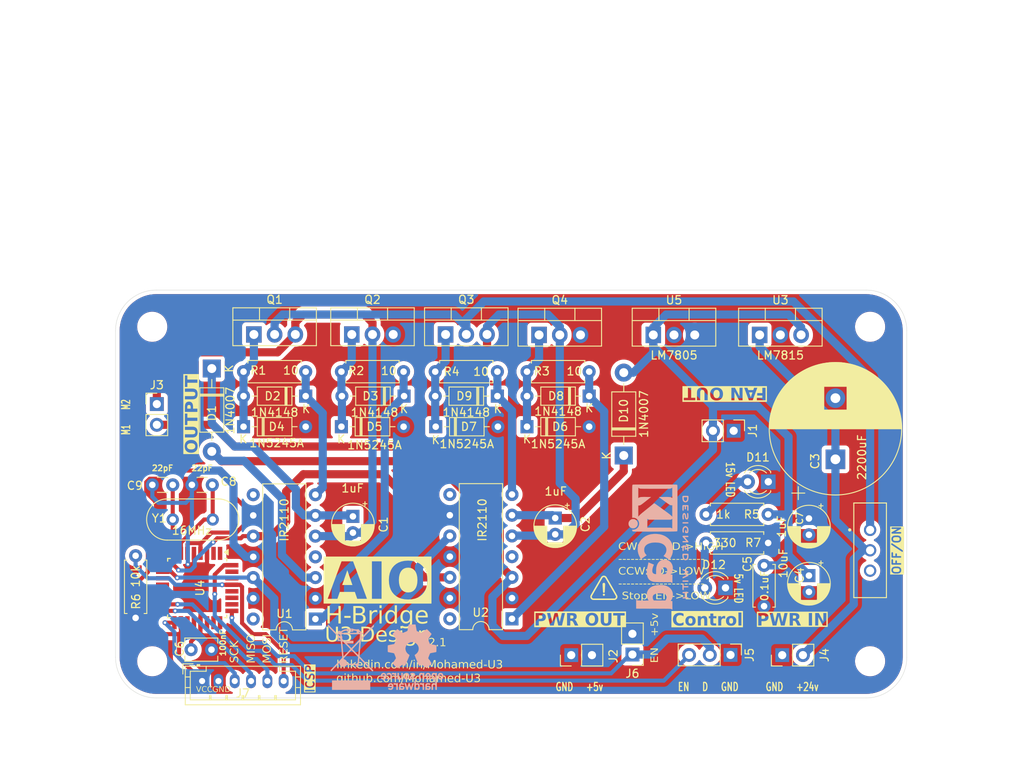
<source format=kicad_pcb>
(kicad_pcb (version 20241229) (generator "pcbnew") (generator_version "9.0")
  (title_block (title "H-Bridge") (date "2025-03-05") (rev "2.1v") (company "AIO") (comment 1 "the Direction of DC motor (CW/CCW).") (comment 2 "Circuit Borad aim to make a driver or controller of the direction of current to change") (comment 3 "Desgined By: Eng. Mohamed Yousry"))
  (layers (0 "F.Cu" signal) (2 "B.Cu" signal) (13 "F.Paste" user) (15 "B.Paste" user) (5 "F.SilkS" user "F.Silkscreen") (7 "B.SilkS" user "B.Silkscreen") (1 "F.Mask" user) (3 "B.Mask" user) (25 "Edge.Cuts" user))
  (net 0 "")
  (net 1 "GND")
  (net 2 "+24V")
  (net 3 "Net-(D1-K)")
  (net 4 "+5V")
  (net 5 "Net-(Q1-D)")
  (net 6 "+15V")
  (net 7 "Net-(D2-K)")
  (net 8 "Net-(D8-K)")
  (net 9 "Net-(D3-A)")
  (net 10 "Net-(D9-K)")
  (net 11 "Net-(D10-K)")
  (net 15 "Net-(J3-Pin_1)")
  (net 16 "Net-(J3-Pin_2)")
  (net 17 "Net-(D2-A)")
  (net 18 "Net-(D3-K)")
  (net 19 "Net-(D6-K)")
  (net 20 "Net-(D7-K)")
  (net 21 "Net-(D11-A)")
  (net 22 "Net-(D12-A)")
  (net 26 "XTAL1")
  (net 27 "XTAL2")
  (net 28 "RESET")
  (net 29 "1")
  (net 30 "8")
  (net 31 "5")
  (net 32 "9")
  (net 33 "A4")
  (net 34 "A7")
  (net 35 "A3")
  (net 36 "A5")
  (net 37 "A6")
  (net 38 "A0")
  (net 39 "A1")
  (net 40 "3")
  (net 41 "2")
  (net 42 "0")
  (net 43 "7")
  (net 44 "4")
  (net 45 "A2")
  (net 46 "6")
  (net 47 "13{slash}SCK")
  (net 48 "11{slash}MOSI")
  (net 49 "12{slash}MISO")
  (net 50 "10{slash}SS")
  (net 51 "Net-(U4-AREF)")
  (footprint "Resistor_THT:R_Axial_DIN0207_L6.3mm_D2.5mm_P7.62mm_Horizontal" (layer "F.Cu") (at 194.1375 87.0225 180)
    (property "Reference" "R5")
    (property "Value" "1k")
  )
  (footprint "Capacitor_THT:CP_Radial_D5.0mm_P2.00mm" (layer "F.Cu") (at 199.1375 87.5225 -90)
    (property "Reference" "C7")
    (property "Value" "1uF")
  )
  (footprint "Package_TO_SOT_THT:TO-220-3_Vertical" (layer "F.Cu") (at 131.0975 64.9675)
    (property "Reference" "Q1")
    (property "Value" "IRLZ44N")
  )
  (footprint "Resistor_THT:R_Axial_DIN0207_L6.3mm_D2.5mm_P7.62mm_Horizontal" (layer "F.Cu") (at 116.6 99.71 90)
    (property "Reference" "R6")
    (property "Value" "10k")
  )
  (footprint "Package_DIP:DIP-14_W7.62mm" (layer "F.Cu") (at 138.6375 99.8475 180)
    (property "Reference" "U1")
    (property "Value" "IR2110")
  )
  (footprint "Diode_THT:D_DO-35_SOD27_P7.62mm_Horizontal" (layer "F.Cu") (at 160.9475 72.5225 180)
    (property "Reference" "D9")
    (property "Value" "1N4148")
  )
  (footprint "Diode_THT:D_DO-35_SOD27_P7.62mm_Horizontal" (layer "F.Cu") (at 137.4475 72.5225 180)
    (property "Reference" "D2")
    (property "Value" "1N4148")
  )
  (footprint "Package_TO_SOT_THT:TO-220-3_Vertical" (layer "F.Cu") (at 166.0575 65.0225)
    (property "Reference" "Q4")
    (property "Value" "IRLZ44N")
  )
  (footprint "Diode_THT:D_DO-35_SOD27_P7.62mm_Horizontal" (layer "F.Cu") (at 172.1975 72.5225 180)
    (property "Reference" "D8")
    (property "Value" "1N4148")
  )
  (footprint "Capacitor_THT:C_Disc_D3.8mm_W2.6mm_P2.50mm" (layer "F.Cu") (at 125.9 103.6 180)
    (property "Reference" "C6")
    (property "Value" "100nF")
  )
  (footprint "Resistor_THT:R_Axial_DIN0207_L6.3mm_D2.5mm_P7.62mm_Horizontal" (layer "F.Cu") (at 137.4475 69.5225 180)
    (property "Reference" "R1")
    (property "Value" "10")
  )
  (footprint "Connector_PinHeader_2.54mm:PinHeader_1x02_P2.54mm_Vertical" (layer "F.Cu") (at 119.2 73.5)
    (property "Reference" "J3")
    (property "Value" "Motor Terminal")
  )
  (footprint "Capacitor_THT:CP_Radial_D5.0mm_P2.00mm" (layer "F.Cu") (at 143.2375 87.267387 -90)
    (property "Reference" "C1")
    (property "Value" "1uF")
  )
  (footprint "Diode_THT:D_DO-35_SOD27_P7.62mm_Horizontal" (layer "F.Cu") (at 153.3875 76.2725)
    (property "Reference" "D7")
    (property "Value" "1N5245A")
  )
  (footprint "Diode_THT:D_DO-35_SOD27_P7.62mm_Horizontal" (layer "F.Cu") (at 141.8275 76.2725)
    (property "Reference" "D5")
    (property "Value" "1N5245A")
  )
  (footprint "Diode_THT:D_DO-41_SOD81_P10.16mm_Horizontal" (layer "F.Cu") (at 125.9375 69.1425 -90)
    (property "Reference" "D1")
    (property "Value" "1N4007")
  )
  (footprint "Connector_PinHeader_2.54mm:PinHeader_1x02_P2.54mm_Vertical" (layer "F.Cu") (at 189.9125 76.7725 -90)
    (property "Reference" "J1")
    (property "Value" "Fan")
  )
  (footprint "Capacitor_THT:CP_Radial_D5.0mm_P2.00mm" (layer "F.Cu") (at 168.0375 87.467387 -90)
    (property "Reference" "C2")
    (property "Value" "1uF")
  )
  (footprint "Connector_PinHeader_2.54mm:PinHeader_1x02_P2.54mm_Vertical" (layer "F.Cu") (at 195.8625 104.2725 90)
    (property "Reference" "J4")
    (property "Value" "24v Power Input")
  )
  (footprint "Package_TO_SOT_THT:TO-220-3_Vertical" (layer "F.Cu") (at 180.0575 65.0225)
    (property "Reference" "U5")
    (property "Value" "LM7805")
  )
  (footprint "MountingHole:MountingHole_3.2mm_M3" (layer "F.Cu") (at 206.6375 105.0225 180)
    (property "Reference" "H3" (hide yes))
    (property "Value" "MountingHole" (hide yes))
  )
  (footprint "Heatsink:Heatsink_125x35x50mm_3xFixationM3" (layer "F.Cu") (at 162.75 56.7)
    (property "Reference" "HS1" (hide yes))
    (property "Value" "Heatsink")
  )
  (footprint "Connector_PinHeader_2.54mm:PinHeader_1x02_P2.54mm_Vertical" (layer "F.Cu") (at 177.5 104.2 180)
    (property "Reference" "J6")
    (property "Value" "5v Output")
  )
  (footprint "LED_THT:LED_D3.0mm" (layer "F.Cu") (at 188.9075 96.0225 180)
    (property "Reference" "D12")
    (property "Value" "LED")
  )
  (footprint "Package_TO_SOT_THT:TO-220-3_Vertical" (layer "F.Cu") (at 193.0975 65.0225)
    (property "Reference" "U3")
    (property "Value" "LM7815")
  )
  (footprint "Diode_THT:D_DO-41_SOD81_P10.16mm_Horizontal" (layer "F.Cu") (at 176.4375 79.8025 90)
    (property "Reference" "D10")
    (property "Value" "1N4007")
  )
  (footprint "Connector_PinHeader_2.54mm:PinHeader_1x03_P2.54mm_Vertical" (layer "F.Cu") (at 189.525 104.25 -90)
    (property "Reference" "J5")
    (property "Value" "Control")
  )
  (footprint "Diode_THT:D_DO-35_SOD27_P7.62mm_Horizontal" (layer "F.Cu") (at 129.8275 76.2725)
    (property "Reference" "D4")
    (property "Value" "1N5245A")
  )
  (footprint "Resistor_THT:R_Axial_DIN0207_L6.3mm_D2.5mm_P7.62mm_Horizontal" (layer "F.Cu") (at 194.1375 90.5225 180)
    (property "Reference" "R7")
    (property "Value" "330")
  )
  (footprint "Resistor_THT:R_Axial_DIN0207_L6.3mm_D2.5mm_P7.62mm_Horizontal" (layer "F.Cu") (at 160.9475 69.5225 180)
    (property "Reference" "R4")
    (property "Value" "10")
  )
  (footprint "Capacitor_THT:CP_Radial_D5.0mm_P2.00mm" (layer "F.Cu") (at 199.1375 94.5225 -90)
    (property "Reference" "C4")
    (property "Value" "10uF")
  )
  (footprint "Resistor_THT:R_Axial_DIN0207_L6.3mm_D2.5mm_P7.62mm_Horizontal" (layer "F.Cu") (at 149.4475 69.5225 180)
    (property "Reference" "R2")
    (property "Value" "10")
  )
  (footprint "LOGO" (layer "F.Cu") (at 174 96.0225)
    (property "Reference" "G***" (hide yes))
    (property "Value" "LOGO" (hide yes))
  )
  (footprint "Capacitor_THT:C_Disc_D5.0mm_W2.5mm_P5.00mm" (layer "F.Cu") (at 193.6375 93.2725 -90)
    (property "Reference" "C5")
    (property "Value" "0.1uF")
  )
  (footprint "Package_DIP:DIP-14_W7.62mm" (layer "F.Cu") (at 162.7375 99.8225 180)
    (property "Reference" "U2")
    (property "Value" "IR2110")
  )
  (footprint "Button_Switch_THT:SW_EG1218" (layer "F.Cu") (at 206.6375 91.4225 -90)
    (property "Reference" "OFF/ON")
    (property "Value" "SW_SPST")
  )
  (footprint "Package_QFP:TQFP-32_7x7mm_P0.8mm" (layer "F.Cu") (at 124.15 96.05 -90)
    (property "Reference" "U4")
    (property "Value" "ATmega328P-A")
  )
  (footprint "Connector_JST:JST_PH_B6B-PH-K_1x06_P2.00mm_Vertical" (layer "F.Cu") (at 124.75 107.45)
    (property "Reference" "J7" (hide yes))
    (property "Value" "ICSP")
  )
  (footprint "Crystal:Crystal_HC18-U_Vertical" (layer "F.Cu") (at 121.15 87.65)
    (property "Reference" "Y1")
    (property "Value" "16MHz")
  )
  (footprint "Diode_THT:D_DO-35_SOD27_P7.62mm_Horizontal" (layer "F.Cu") (at 164.5775 76.2725)
    (property "Reference" "D6")
    (property "Value" "1N5245A")
  )
  (footprint "Capacitor_THT:C_Disc_D3.0mm_W1.6mm_P2.50mm" (layer "F.Cu") (at 121.15 83.4 180)
    (property "Reference" "C9")
    (property "Value" "22pF")
  )
  (footprint "Capacitor_THT:C_Disc_D3.0mm_W1.6mm_P2.50mm" (layer "F.Cu") (at 126 83.4 180)
    (property "Reference" "C8")
    (property "Value" "22pF")
  )
  (footprint "Capacitor_THT:CP_Radial_D16.0mm_P7.50mm" (layer "F.Cu") (at 202.3875 80.2725 90)
    (property "Reference" "C3")
    (property "Value" "2200uF")
  )
  (footprint "Package_TO_SOT_THT:TO-220-3_Vertical" (layer "F.Cu") (at 154.5975 64.9675)
    (property "Reference" "Q3")
    (property "Value" "IRLZ44N")
  )
  (footprint "MountingHole:MountingHole_3.2mm_M3" (layer "F.Cu") (at 118.6375 64.0225 180)
    (property "Reference" "H2" (hide yes))
    (property "Value" "MountingHole" (hide yes))
  )
  (footprint "LED_THT:LED_D3.0mm" (layer "F.Cu") (at 194.1575 83.0225 180)
    (property "Reference" "D11")
    (property "Value" "LED")
  )
  (footprint "Diode_THT:D_DO-35_SOD27_P7.62mm_Horizontal" (layer "F.Cu") (at 149.5075 72.5225 180)
    (property "Reference" "D3")
    (property "Value" "1N4148")
  )
  (footprint "MountingHole:MountingHole_3.2mm_M3" (layer "F.Cu") (at 206.6375 64.0225 180)
    (property "Reference" "H4" (hide yes))
    (property "Value" "MountingHole" (hide yes))
  )
  (footprint "Package_TO_SOT_THT:TO-220-3_Vertical" (layer "F.Cu") (at 143.0975 64.9675)
    (property "Reference" "Q2")
    (property "Value" "IRLZ44N")
  )
  (footprint "Connector_PinHeader_2.54mm:PinHeader_1x02_P2.54mm_Vertical" (layer "F.Cu") (at 170 104.2725 90)
    (property "Reference" "J2")
    (property "Value" "5v Output")
  )
  (footprint "MountingHole:MountingHole_3.2mm_M3" (layer "F.Cu") (at 118.6375 105.0225 180)
    (property "Reference" "H1" (hide yes))
    (property "Value" "MountingHole" (hide yes))
  )
  (footprint "Resistor_THT:R_Axial_DIN0207_L6.3mm_D2.5mm_P7.62mm_Horizontal" (layer "F.Cu") (at 172.1975 69.5225 180)
    (property "Reference" "R3")
    (property "Value" "10")
  )
  (footprint "Symbol:WEEE-Logo_5.6x8mm_SilkScreen" (layer "B.Cu") (at 143 104.5225 180)
    (property "Reference" "REF**" (hide yes))
    (property "Value" "WEEE-Logo_5.6x8mm_SilkScreen" (hide yes))
  )
  (footprint "Symbol:KiCad-Logo2_6mm_SilkScreen" (layer "B.Cu") (at 180 91.0225 -90)
    (property "Reference" "REF**" (hide yes))
    (property "Value" "KiCad-Logo2_6mm_SilkScreen" (hide yes))
  )
  (footprint "Symbol:OSHW-Logo_7.5x8mm_SilkScreen" (layer "B.Cu") (at 150.5 104.5225 180)
    (property "Reference" "REF**" (hide yes))
    (property "Value" "OSHW-Logo_7.5x8mm_SilkScreen" (hide yes))
  )
  (gr_line (start 119.1375 109.5225) (end 206.1375 109.5225) (stroke (width 0.05)) (layer "Edge.Cuts"))
  (gr_arc (start 119.1375 109.5225) (mid 115.601966 108.058034) (end 114.1375 104.5225) (stroke (width 0.05)) (layer "Edge.Cuts"))
  (gr_line (start 211.1375 104.5225) (end 211.1375 64.5225) (stroke (width 0.05)) (layer "Edge.Cuts"))
  (gr_line (start 114.1375 64.5225) (end 114.1375 104.5225) (stroke (width 0.05)) (layer "Edge.Cuts"))
  (gr_arc (start 211.1375 104.5225) (mid 209.673034 108.058034) (end 206.1375 109.5225) (stroke (width 0.05)) (layer "Edge.Cuts"))
  (gr_arc (start 206.1375 59.5225) (mid 209.673034 60.986966) (end 211.1375 64.5225) (stroke (width 0.05)) (layer "Edge.Cuts"))
  (gr_line (start 206.1375 59.5225) (end 119.1375 59.5225) (stroke (width 0.05)) (layer "Edge.Cuts"))
  (gr_arc (start 114.1375 64.5225) (mid 115.601966 60.986966) (end 119.1375 59.5225) (stroke (width 0.05)) (layer "Edge.Cuts"))
  (gr_text "5v LED" (at 189.9 94.2 -90) (layer "F.SilkS") (effects (font (size 1 0.7)) (justify left bottom)))
  (gr_text "EN   +5v" (at 180.25 105.25 90) (layer "F.SilkS") (effects (font (size 0.9 1) (thickness 0.125)) (justify left)))
  (gr_text "CW:	    D->HIGH\n---------------------\nCCW:  D->LOW\n---------------------\n Stop: EN->LOW" (at 175.75 94.0225 0) (layer "F.SilkS") (effects (font (size 0.9 1) (thickness 0.125)) (justify left)))
  (gr_text "15v LED" (at 188.8875 80.5225 -90) (layer "F.SilkS") (effects (font (size 1 0.7)) (justify left bottom)))
  (gr_text "H-Bridge" (at 146.2 99.5225 0) (layer "F.SilkS") (effects (font (size 2.1 2.1) (thickness 0.1))))
  (gr_text "U3 Design" (at 146.25 101.8725 0) (layer "F.SilkS") (effects (font (size 1.8 1.8) (thickness 0.1))))
  (gr_text "PWR IN" (at 197.1 100.0225 0) (layer "F.SilkS" knockout) (effects (font (size 1.5 1.5) (thickness 0.34) (bold yes))))
  (gr_text "GND" (at 126 108.5 0) (layer "F.SilkS") (effects (font (size 0.7 0.7) (thickness 0.125)) (justify left)))
  (gr_text "linkedin.com/in/Mohamed-U3\ngithub.com/Mohamed-U3" (at 141.2 106.3225 0) (layer "F.SilkS") (effects (font (size 1 1) (thickness 0.125)) (justify left)))
  (gr_text "RESET" (at 134.8 105.3 90) (layer "F.SilkS") (effects (font (size 1 1) (thickness 0.125)) (justify left)))
  (gr_text "SCK" (at 128.75 105.25 90) (layer "F.SilkS") (effects (font (size 1 1) (thickness 0.125)) (justify left)))
  (gr_text "M1    M2" (at 116 77.375 90) (layer "F.SilkS") (effects (font (size 1 0.6)) (justify left bottom)))
  (gr_text "GND   +24v" (at 193.75 108.75 0) (layer "F.SilkS") (effects (font (size 1 0.7)) (justify left bottom)))
  (gr_text "v2.1" (at 151.65 102.7725 0) (layer "F.SilkS") (effects (font (size 1 1) (thickness 0.125)) (justify left)))
  (gr_text "MISO" (at 130.8 105.3 90) (layer "F.SilkS") (effects (font (size 1 1) (thickness 0.125)) (justify left)))
  (gr_text "FAN OUT" (at 188.9 72.1225 180) (layer "F.SilkS" knockout) (effects (font (size 1.5 1.5) (thickness 0.34) (bold yes))))
  (gr_text "AIO" (at 146.4 95.5 0) (layer "F.SilkS" knockout) (effects (font (size 4.5 4.5) (thickness 0.9) (bold yes))))
  (gr_text "OUTPUT" (at 123.55 74.7725 90) (layer "F.SilkS" knockout) (effects (font (size 1.5 1.5) (thickness 0.3) (bold yes))))
  (gr_text "GND   +5v" (at 168 108.75 0) (layer "F.SilkS") (effects (font (size 1 0.7)) (justify left bottom)))
  (gr_text "EN   D   GND" (at 183 108.75 0) (layer "F.SilkS") (effects (font (size 1 0.7)) (justify left bottom)))
  (gr_text "PWR OUT" (at 171 100.0225 0) (layer "F.SilkS" knockout) (effects (font (size 1.5 1.5) (thickness 0.34) (bold yes))))
  (gr_text "MOSI" (at 132.75 105.3 90) (layer "F.SilkS") (effects (font (size 1 1) (thickness 0.125)) (justify left)))
  (gr_text "VCC" (at 124 108.5 0) (layer "F.SilkS") (effects (font (size 0.7 0.7) (thickness 0.125)) (justify left)))
  (gr_text "Control" (at 186.7 100.0225 0) (layer "F.SilkS" knockout) (effects (font (size 1.5 1.5) (thickness 0.375) (bold yes))))
  (segment (start 138.6375 97.3075) (end 155.0925 97.3075) (width 1) (layer "F.Cu") (net 1))
  (segment (start 170 101.635) (end 170 104.2725) (width 1) (layer "F.Cu") (net 1))
  (segment (start 165.6475 97.2825) (end 170 101.635) (width 1) (layer "F.Cu") (net 1))
  (segment (start 194.1575 79.2925) (end 194.1575 83.0225) (width 1) (layer "F.Cu") (net 1))
  (segment (start 170 104.2725) (end 170 105.4) (width 1) (layer "F.Cu") (net 1))
  (segment (start 123.575 93.15) (end 123.75 92.975) (width 0.5) (layer "F.Cu") (net 1))
  (segment (start 195.8625 104.2725) (end 195.8625 99.7975) (width 1) (layer "F.Cu") (net 1))
  (segment (start 147.6375 65.5075) (end 148.1775 64.9675) (width 1) (layer "F.Cu") (net 1))
  (segment (start 148.1775 64.9675) (end 148.1775 63.4825) (width 1) (layer "F.Cu") (net 1))
  (segment (start 162.7375 97.2825) (end 158.1375 97.2825) (width 1) (layer "F.Cu") (net 1))
  (segment (start 182.5975 63.0625) (end 183.1375 62.5225) (width 1) (layer "F.Cu") (net 1))
  (segment (start 161.0075 76.2725) (end 162.8575 74.4225) (width 1) (layer "F.Cu") (net 1))
  (segment (start 188.9075 96.0225) (end 191.1375 96.0225) (width 1) (layer "F.Cu") (net 1))
  (segment (start 123 93.85) (end 123 93.15) (width 0.5) (layer "F.Cu") (net 1))
  (segment (start 171.1375 65.0225) (end 171.1375 66.0225) (width 1) (layer "F.Cu") (net 1))
  (segment (start 132.5425 92.2275) (end 133.2375 92.9225) (width 1) (layer "F.Cu") (net 1))
  (segment (start 204.9375 84.7225) (end 204.9375 75.3225) (width 1) (layer "F.Cu") (net 1))
  (segment (start 170 105.4) (end 171.1225 106.5225) (width 1) (layer "F.Cu") (net 1))
  (segment (start 189.6475 104.2725) (end 195.8625 104.2725) (width 1) (layer "F.Cu") (net 1))
  (segment (start 197.6375 83.0225) (end 202.1375 87.5225) (width 1) (layer "F.Cu") (net 1))
  (segment (start 194.3375 98.2725) (end 195.8625 99.7975) (width 1) (layer "F.Cu") (net 1))
  (segment (start 137.4475 76.2725) (end 139.2975 74.4225) (width 1) (layer "F.Cu") (net 1))
  (segment (start 201.6375 92.0225) (end 199.1375 89.5225) (width 1) (layer "F.Cu") (net 1))
  (segment (start 171.1375 65.0225) (end 171.1375 63.0225) (width 1) (layer "F.Cu") (net 1))
  (segment (start 199.1375 89.5225) (end 200.1375 89.5225) (width 1) (layer "F.Cu") (net 1))
  (segment (start 194.1575 83.0225) (end 197.6375 83.0225) (width 1) (layer "F.Cu") (net 1))
  (segment (start 200.1375 89.5225) (end 202.1375 87.5225) (width 1) (layer "F.Cu") (net 1))
  (segment (start 191.1375 96.0225) (end 193.3875 98.2725) (width 1) (layer "F.Cu") (net 1))
  (segment (start 125.9 103.6) (end 124.55 102.25) (width 0.5) (layer "F.Cu") (net 1))
  (segment (start 162.8575 74.4225) (end 170.3475 74.4225) (width 1) (layer "F.Cu") (net 1))
  (segment (start 170.3875 74.4625) (end 172.1975 76.2725) (width 1) (layer "F.Cu") (net 1))
  (segment (start 149.4475 76.2725) (end 149.4475 76.2325) (width 1) (layer "F.Cu") (net 1))
  (segment (start 123 93.15) (end 125.175 93.15) (width 0.5) (layer "F.Cu") (net 1))
  (segment (start 189.62 104.3) (end 189.6475 104.2725) (width 1) (layer "F.Cu") (net 1))
  (segment (start 199.1375 96.5225) (end 200.26887 96.5225) (width 1) (layer "F.Cu") (net 1))
  (segment (start 201.6375 95.15387) (end 201.6375 92.0225) (width 1) (layer "F.Cu") (net 1))
  (segment (start 131.0175 92.2275) (end 132.5425 92.2275) (width 1) (layer "F.Cu") (net 1))
  (segment (start 139.2975 74.4225) (end 147.6375 74.4225) (width 1) (layer "F.Cu") (net 1))
  (segment (start 158.1375 97.2825) (end 155.1175 97.2825) (width 1) (layer "F.Cu") (net 1))
  (segment (start 148.1775 63.4825) (end 149.1375 62.5225) (width 1) (layer "F.Cu") (net 1))
  (segment (start 195.0425 62.5225) (end 195.6375 63.1175) (width 1) (layer "F.Cu") (net 1))
  (segment (start 202.1375 87.5225) (end 204.9375 84.7225) (width 1) (layer "F.Cu") (net 1))
  (segment (start 196.6375 99.0225) (end 199.1375 96.5225) (width 1) (layer "F.Cu") (net 1))
  (segment (start 124.55 95.4) (end 123 93.85) (width 0.5) (layer "F.Cu") (net 1))
  (segment (start 189.62 105.48) (end 189.62 104.3) (width 1) (layer "F.Cu") (net 1))
  (segment (start 149.4475 76.2325) (end 147.6375 74.4225) (width 1) (layer "F.Cu") (net 1))
  (segment (start 195.8625 99.7975) (end 196.6375 99.0225) (width 1) (layer "F.Cu") (net 1))
  (segment (start 125.35 92.975) (end 125.35 91.8) (width 0.5) (layer "F.Cu") (net 1))
  (segment (start 158.1375 95.2225) (end 158.1375 97.2825) (width 1) (layer "F.Cu") (net 1))
  (segment (start 133.2375 97.3075) (end 138.6375 97.3075) (width 1) (layer "F.Cu") (net 1))
  (segment (start 171.1225 106.5225) (end 188.5775 106.5225) (width 1) (layer "F.Cu") (net 1))
  (segment (start 200.26887 96.5225) (end 201.6375 95.15387) (width 1) (layer "F.Cu") (net 1))
  (segment (start 170.6375 62.5225) (end 171.1375 63.0225) (width 1) (layer "F.Cu") (net 1))
  (segment (start 182.0025 62.5225) (end 182.5975 63.1175) (width 1) (layer "F.Cu") (net 1))
  (segment (start 191.6375 76.7725) (end 194.1575 79.2925) (width 1) (layer "F.Cu") (net 1))
  (segment (start 131.0175 97.3075) (end 133.2375 97.3075) (width 1) (layer "F.Cu") (net 1))
  (segment (start 133.2375 96.6) (end 133.2375 97.3075) (width 1) (layer "F.Cu") (net 1))
  (segment (start 189.9125 76.7725) (end 191.6375 76.7725) (width 1) (layer "F.Cu") (net 1))
  (segment (start 155.0925 97.3075) (end 155.1175 97.2825) (width 1) (layer "F.Cu") (net 1))
  (segment (start 124.55 102.25) (end 124.55 100.3) (width 0.5) (layer "F.Cu") (net 1))
  (segment (start 126.75 104.45) (end 125.9 103.6) (width 1) (layer "F.Cu") (net 1))
  (segment (start 195.6375 66.0225) (end 195.6375 65.0225) (width 1) (layer "F.Cu") (net 1))
  (segment (start 195.6375 63.1175) (end 195.6375 65.0225) (width 1) (layer "F.Cu") (net 1))
  (segment (start 171.1375 63.0225) (end 171.6375 62.5225) (width 1) (layer "F.Cu") (net 1))
  (segment (start 125.175 93.15) (end 125.35 92.975) (width 0.5) (layer "F.Cu") (net 1))
  (segment (start 193.3875 98.2725) (end 194.3375 98.2725) (width 1) (layer "F.Cu") (net 1))
  (segment (start 162.7375 97.2825) (end 165.6475 97.2825) (width 1) (layer "F.Cu") (net 1))
  (segment (start 182.5975 63.1175) (end 182.5975 65.0225) (width 1) (layer "F.Cu") (net 1))
  (segment (start 170.3875 66.7725) (end 170.3875 74.4625) (width 1) (layer "F.Cu") (net 1))
  (segment (start 188.5775 106.5225) (end 189.62 105.48) (width 1) (layer "F.Cu") (net 1))
  (segment (start 182.5975 65.0225) (end 182.5975 63.0625) (width 1) (layer "F.Cu") (net 1))
  (segment (start 171.6375 62.5225) (end 182.0025 62.5225) (width 1) (layer "F.Cu") (net 1))
  (segment (start 149.1375 62.5225) (end 170.6375 62.5225) (width 1) (layer "F.Cu") (net 1))
  (segment (start 123.75 92.975) (end 123.75 91.8) (width 0.5) (layer "F.Cu") (net 1))
  (segment (start 133.2375 92.9225) (end 133.2375 96.6) (width 1) (layer "F.Cu") (net 1))
  (segment (start 171.1375 66.0225) (end 170.3875 66.7725) (width 1) (layer "F.Cu") (net 1))
  (segment (start 124.55 100.3) (end 124.55 95.4) (width 0.5) (layer "F.Cu") (net 1))
  (segment (start 183.1375 62.5225) (end 195.0425 62.5225) (width 1) (layer "F.Cu") (net 1))
  (segment (start 126.75 107.45) (end 126.75 104.45) (width 1) (layer "F.Cu") (net 1))
  (segment (start 170.3475 74.4225) (end 170.3875 74.4625) (width 1) (layer "F.Cu") (net 1))
  (segment (start 202.3875 72.7725) (end 195.6375 66.0225) (width 1) (layer "F.Cu") (net 1))
  (segment (start 204.9375 75.3225) (end 202.3875 72.7725) (width 1) (layer "F.Cu") (net 1))
  (segment (start 123 93.15) (end 123.575 93.15) (width 0.5) (layer "F.Cu") (net 1))
  (segment (start 147.6375 74.4225) (end 147.6375 65.5075) (width 1) (layer "F.Cu") (net 1))
  (segment (start 155.1175 92.2025) (end 158.1375 95.2225) (width 1) (layer "F.Cu") (net 1))
  (via (at 123 93.15) (size 0.6) (drill 0.3) (layers "F.Cu" "B.Cu") (net 1))
  (segment (start 130.1275 92.2275) (end 128.6 90.7) (width 1) (layer "B.Cu") (net 1))
  (segment (start 123.5 84.85) (end 123.5 83.4) (width 0.5) (layer "B.Cu") (net 1))
  (segment (start 128.6 90.7) (end 128.6 83.35) (width 1) (layer "B.Cu") (net 1))
  (segment (start 131.0175 92.2275) (end 130.1275 92.2275) (width 1) (layer "B.Cu") (net 1))
  (segment (start 126.9 81.65) (end 124.45 81.65) (width 1) (layer "B.Cu") (net 1))
  (segment (start 123.5 88.3) (end 123.5 83.4) (width 0.5) (layer "B.Cu") (net 1))
  (segment (start 118.65 84.85) (end 119.4 85.6) (width 0.5) (layer "B.Cu") (net 1))
  (segment (start 123 88.8) (end 123.5 88.3) (width 0.5) (layer "B.Cu") (net 1))
  (segment (start 124.45 81.65) (end 123.5 82.6) (width 1) (layer "B.Cu") (net 1))
  (segment (start 122.75 85.6) (end 123.5 84.85) (width 0.5) (layer "B.Cu") (net 1))
  (segment (start 119.4 85.6) (end 122.75 85.6) (width 0.5) (layer "B.Cu") (net 1))
  (segment (start 123 93.15) (end 123 88.8) (width 0.5) (layer "B.Cu") (net 1))
  (segment (start 123.5 82.6) (end 123.5 83.4) (width 1) (layer "B.Cu") (net 1))
  (segment (start 128.6 83.35) (end 126.9 81.65) (width 1) (layer "B.Cu") (net 1))
  (segment (start 118.65 83.4) (end 118.65 84.85) (width 0.5) (layer "B.Cu") (net 1))
  (segment (start 202.3875 75.7725) (end 202.3875 80.2725) (width 1) (layer "B.Cu") (net 2))
  (segment (start 204.6375 98.0375) (end 204.6375 92.5225) (width 1) (layer "B.Cu") (net 2))
  (segment (start 204.6375 92.5225) (end 205.7375 91.4225) (width 1) (layer "B.Cu") (net 2))
  (segment (start 198.4025 104.2725) (end 204.6375 98.0375) (width 1) (layer "B.Cu") (net 2))
  (segment (start 202.3875 80.2725) (end 202.3875 87.7225) (width 1) (layer "B.Cu") (net 2))
  (segment (start 206.0875 91.4225) (end 206.6375 91.4225) (width 1) (layer "B.Cu") (net 2))
  (segment (start 198.4025 104.2725) (end 198.4025 104.1875) (width 1) (layer "B.Cu") (net 2))
  (segment (start 193.0975 65.0225) (end 193.0975 66.4825) (width 1) (layer "B.Cu") (net 2))
  (segment (start 193.0975 66.4825) (end 202.3875 75.7725) (width 1) (layer "B.Cu") (net 2))
  (segment (start 202.3875 87.7225) (end 206.0875 91.4225) (width 1) (layer "B.Cu") (net 2))
  (segment (start 205.7375 91.4225) (end 206.6375 91.4225) (width 1) (layer "B.Cu") (net 2))
  (segment (start 125.9375 69.1425) (end 125.9375 75.8875) (width 1) (layer "B.Cu") (net 3))
  (segment (start 138.6375 87.1475) (end 143.117613 87.1475) (width 1) (layer "B.Cu") (net 3))
  (segment (start 131 78.7) (end 136.25 83.95) (width 1) (layer "B.Cu") (net 3))
  (segment (start 125.9375 75.8875) (end 128.75 78.7) (width 1) (layer "B.Cu") (net 3))
  (segment (start 143.117613 87.1475) (end 143.2375 87.267387) (width 1) (layer "B.Cu") (net 3))
  (segment (start 128.75 78.7) (end 131 78.7) (width 1) (layer "B.Cu") (net 3))
  (segment (start 136.25 86.15) (end 137.2475 87.1475) (width 1) (layer "B.Cu") (net 3))
  (segment (start 136.25 83.95) (end 136.25 86.15) (width 1) (layer "B.Cu") (net 3))
  (segment (start 137.2475 87.1475) (end 138.6375 87.1475) (width 1) (layer "B.Cu") (net 3))
  (segment (start 118.1 94.1) (end 118.1 85.95) (width 0.5) (layer "F.Cu") (net 4))
  (segment (start 128.7 84.83) (end 131.0175 87.1475) (width 0.5) (layer "F.Cu") (net 4))
  (segment (start 122.95 90.68995) (end 123.08995 90.55) (width 0.5) (layer "F.Cu") (net 4))
  (segment (start 118.1 85.95) (end 116.9 84.75) (width 0.5) (layer "F.Cu") (net 4))
  (segment (start 128.7 83.35) (end 128.7 84.83) (width 0.5) (layer "F.Cu") (net 4))
  (segment (start 116.6 95.6) (end 118.1 94.1) (width 0.5) (layer "F.Cu") (net 4))
  (segment (start 116.6 99.71) (end 118.59 101.7) (width 0.5) (layer "F.Cu") (net 4))
  (segment (start 121.925 104.625) (end 124.75 107.45) (width 0.5) (layer "F.Cu") (net 4))
  (segment (start 124.475 90.55) (end 124.55 90.625) (width 0.5) (layer "F.Cu") (net 4))
  (segment (start 199.1375 87.5225) (end 197.1375 87.5225) (width 1) (layer "F.Cu") (net 4))
  (segment (start 121.925 101.7) (end 121.925 104.625) (width 0.5) (layer "F.Cu") (net 4))
  (segment (start 116.9 82.65) (end 117.9 81.65) (width 0.5) (layer "F.Cu") (net 4))
  (segment (start 122.15 101.475) (end 122.15 100.3) (width 0.5) (layer "F.Cu") (net 4))
  (segment (start 122.95 91.8) (end 122.95 90.68995) (width 0.5) (layer "F.Cu") (net 4))
  (segment (start 116.9 84.75) (end 116.9 82.65) (width 0.5) (layer "F.Cu") (net 4))
  (segment (start 117.9 81.65) (end 127 81.65) (width 0.5) (layer "F.Cu") (net 4))
  (segment (start 123.08995 90.55) (end 124.475 90.55) (width 0.5) (layer "F.Cu") (net 4))
  (segment (start 131.0175 87.1825) (end 131.0175 87.1475) (width 0.5) (layer "F.Cu") (net 4))
  (segment (start 118.59 101.7) (end 121.925 101.7) (width 0.5) (layer "F.Cu") (net 4))
  (segment (start 116.6 99.71) (end 116.6 95.6) (width 0.5) (layer "F.Cu") (net 4))
  (segment (start 122.15 101.475) (end 121.925 101.7) (width 0.5) (layer "F.Cu") (net 4))
  (segment (start 125.925 89.25) (end 128.95 89.25) (width 0.5) (layer "F.Cu") (net 4))
  (segment (start 124.55 90.625) (end 125.925 89.25) (width 0.5) (layer "F.Cu") (net 4))
  (segment (start 127 81.65) (end 128.7 83.35) (width 0.5) (layer "F.Cu") (net 4))
  (segment (start 128.95 89.25) (end 131.0175 87.1825) (width 0.5) (layer "F.Cu") (net 4))
  (segment (start 197.1375 87.5225) (end 194.1375 90.5225) (width 1) (layer "F.Cu") (net 4))
  (segment (start 124.55 91.8) (end 124.55 90.625) (width 0.5) (layer "F.Cu") (net 4))
  (segment (start 177.5 101.66) (end 175.1525 101.66) (width 1) (layer "B.Cu") (net 4))
  (segment (start 199.1375 77.0225) (end 199.1375 87.5225) (width 1) (layer "B.Cu") (net 4))
  (segment (start 142.06 102.1) (end 149.0375 95.1225) (width 1) (layer "B.Cu") (net 4))
  (segment (start 149.0375 91.9225) (end 153.8375 87.1225) (width 1) (layer "B.Cu") (net 4))
  (segment (start 185.1375 65.0225) (end 187.1375 65.0225) (width 1) (layer "B.Cu") (net 4))
  (segment (start 172.54 104.2725) (end 172.54 96.16) (width 0.8) (layer "B.Cu") (net 4))
  (segment (start 179.9275 88.7725) (end 192.3875 88.7725) (width 0.8) (layer "B.Cu") (net 4))
  (segment (start 170.9225 102.1225) (end 172.54 103.74) (width 1) (layer "B.Cu") (net 4))
  (segment (start 175.1525 101.66) (end 172.54 104.2725) (width 1) (layer "B.Cu") (net 4))
  (segment (start 167.1375 102.1225) (end 170.9225 102.1225) (width 1) (layer "B.Cu") (net 4))
  (segment (start 187.1375 65.0225) (end 199.1375 77.0225) (width 1) (layer "B.Cu") (net 4))
  (segment (start 165.4375 103.8225) (end 167.1375 102.1225) (width 1) (layer "B.Cu") (net 4))
  (segment (start 192.3875 88.7725) (end 194.1375 90.5225) (width 0.8) (layer "B.Cu") (net 4))
  (segment (start 131.0175 87.1475) (end 133.3375 89.4675) (width 1) (layer "B.Cu") (net 4))
  (segment (start 158.7375 89.9225) (end 158.7375 101.6225) (width 1) (layer "B.Cu") (net 4))
  (segment (start 133.3375 92.519556) (end 134.9 94.082056) (width 1) (layer "B.Cu") (net 4))
  (segment (start 134.9 94.082056) (end 134.9 101) (width 1) (layer "B.Cu") (net 4))
  (segment (start 155.1175 87.1225) (end 155.9375 87.1225) (width 1) (layer "B.Cu") (net 4))
  (segment (start 160.9375 103.8225) (end 165.4375 103.8225) (width 1) (layer "B.Cu") (net 4))
  (segment (start 153.8375 87.1225) (end 155.1175 87.1225) (width 1) (layer "B.Cu") (net 4))
  (segment (start 136 102.1) (end 142.06 102.1) (width 1) (layer "B.Cu") (net 4))
  (segment (start 133.3375 89.4675) (end 133.3375 92.519556) (width 1) (layer "B.Cu") (net 4))
  (segment (start 149.0375 95.1225) (end 149.0375 91.9225) (width 1) (layer "B.Cu") (net 4))
  (segment (start 172.54 96.16) (end 179.9275 88.7725) (width 0.8) (layer "B.Cu") (net 4))
  (segment (start 134.9 101) (end 136 102.1) (width 1) (layer "B.Cu") (net 4))
  (segment (start 158.7375 101.6225) (end 160.9375 103.8225) (width 1) (layer "B.Cu") (net 4))
  (segment (start 155.9375 87.1225) (end 158.7375 89.9225) (width 1) (layer "B.Cu") (net 4))
  (segment (start 172.54 103.74) (end 172.54 104.2725) (width 1) (layer "B.Cu") (net 4))
  (segment (start 155.6375 62.5225) (end 157.1375 64.0225) (width 1) (layer "B.Cu") (net 5))
  (segment (start 134.6375 62.5225) (end 155.6375 62.5225) (width 1) (layer "B.Cu") (net 5))
  (segment (start 157.1375 64.0225) (end 157.1375 64.9675) (width 1) (layer "B.Cu") (net 5))
  (segment (start 157.1375 63.0625) (end 157.1375 64.9675) (width 1) (layer "B.Cu") (net 5))
  (segment (start 206.6375 70.3225) (end 197.2375 60.9225) (width 1) (layer "B.Cu") (net 5))
  (segment (start 133.6375 64.9675) (end 133.6375 63.5225) (width 1) (layer "B.Cu") (net 5))
  (segment (start 159.2775 60.9225) (end 157.1375 63.0625) (width 1) (layer "B.Cu") (net 5))
  (segment (start 197.2375 60.9225) (end 159.2775 60.9225) (width 1) (layer "B.Cu") (net 5))
  (segment (start 133.6375 63.5225) (end 134.6375 62.5225) (width 1) (layer "B.Cu") (net 5))
  (segment (start 206.6375 88.9225) (end 206.6375 70.3225) (width 1) (layer "B.Cu") (net 5))
  (segment (start 162.7375 94.7425) (end 161.2375 93.2425) (width 1) (layer "F.Cu") (net 6))
  (segment (start 161.2375 93.2425) (end 161.2375 88.581179) (width 1) (layer "F.Cu") (net 6))
  (segment (start 127.135 80.5) (end 125.9375 79.3025) (width 1) (layer "F.Cu") (net 6))
  (segment (start 161.2375 88.581179) (end 153.156321 80.5) (width 1) (layer "F.Cu") (net 6))
  (segment (start 153.156321 80.5) (end 127.135 80.5) (width 1) (layer "F.Cu") (net 6))
  (segment (start 193.6375 93.2725) (end 195.3875 93.2725) (width 1) (layer "B.Cu") (net 6))
  (segment (start 180.0575 67.2025) (end 180.0575 65.0225) (width 1) (layer "B.Cu") (net 6))
  (segment (start 195.3875 93.2725) (end 196.6375 92.0225) (width 1) (layer "B.Cu") (net 6))
  (segment (start 164.5375 101.9225) (end 187.3725 79.0875) (width 1) (layer "B.Cu") (net 6))
  (segment (start 177.6175 69.6425) (end 180.0575 67.2025) (width 1) (layer "B.Cu") (net 6))
  (segment (start 134.5375 92.0225) (end 137.2825 94.7675) (width 1) (layer "B.Cu") (net 6))
  (segment (start 196.6375 87.0225) (end 196.6375 92.0225) (width 1) (layer "B.Cu") (net 6))
  (segment (start 187.3725 76.7725) (end 187.3725 73.7575) (width 1) (layer "B.Cu") (net 6))
  (segment (start 180.0575 65.0225) (end 180.0575 64.1025) (width 1) (layer "B.Cu") (net 6))
  (segment (start 160.3375 100.6225) (end 161.6375 101.9225) (width 1) (layer "B.Cu") (net 6))
  (segment (start 192.8875 73.7725) (end 196.6375 77.5225) (width 1) (layer "B.Cu") (net 6))
  (segment (start 196.6375 92.0225) (end 199.1375 94.5225) (width 1) (layer "B.Cu") (net 6))
  (segment (start 162.7375 94.7425) (end 160.3375 97.1425) (width 1) (layer "B.Cu") (net 6))
  (segment (start 181.6375 62.5225) (end 196.6375 62.5225) (width 1) (layer "B.Cu") (net 6))
  (segment (start 176.4375 69.6425) (end 177.6175 69.6425) (width 1) (layer "B.Cu") (net 6))
  (segment (start 187.3725 79.0875) (end 187.3725 76.7725) (width 1) (layer "B.Cu") (net 6))
  (segment (start 180.0575 64.1025) (end 181.6375 62.5225) (width 1) (layer "B.Cu") (net 6))
  (segment (start 180.0575 65.0225) (end 180.0575 66.4425) (width 1) (layer "B.Cu") (net 6))
  (segment (start 196.6375 62.5225) (end 198.1775 64.0625) (width 1) (layer "B.Cu") (net 6))
  (segment (start 127.085 80.45) (end 129.9 80.45) (width 1) (layer "B.Cu") (net 6))
  (segment (start 194.1375 87.0225) (end 196.6375 87.0225) (width 1) (layer "B.Cu") (net 6))
  (segment (start 198.1775 64.0625) (end 198.1775 65.0225) (width 1) (layer "B.Cu") (net 6))
  (segment (start 125.9375 79.3025) (end 127.085 80.45) (width 1) (layer "B.Cu") (net 6))
  (segment (start 137.2825 94.7675) (end 138.6375 94.7675) (width 1) (layer "B.Cu") (net 6))
  (segment (start 129.9 80.45) (end 134.5375 85.0875) (width 1) (layer "B.Cu") (net 6))
  (segment (start 180.0575 66.4425) (end 187.3725 73.7575) (width 1) (layer "B.Cu") (net 6))
  (segment (start 187.3875 73.7725) (end 192.8875 73.7725) (width 1) (layer "B.Cu") (net 6))
  (segment (start 162.4575 94.7425) (end 162.7375 94.7425) (width 1) (layer "B.Cu") (net 6))
  (segment (start 161.6375 101.9225) (end 164.5375 101.9225) (width 1) (layer "B.Cu") (net 6))
  (segment (start 160.3375 97.1425) (end 160.3375 100.6225) (width 1) (layer "B.Cu") (net 6))
  (segment (start 196.6375 77.5225) (end 196.6375 87.0225) (width 1) (layer "B.Cu") (net 6))
  (segment (start 134.5375 85.0875) (end 134.5375 92.0225) (width 1) (layer "B.Cu") (net 6))
  (segment (start 138.6375 84.6075) (end 139.5375 83.7075) (width 1) (layer "B.Cu") (net 7))
  (segment (start 137.4475 69.5225) (end 137.4475 72.5225) (width 1) (layer "B.Cu") (net 7))
  (segment (start 139.5375 74.6125) (end 137.4475 72.5225) (width 1) (layer "B.Cu") (net 7))
  (segment (start 139.5375 83.7075) (end 139.5375 74.6125) (width 1) (layer "B.Cu") (net 7))
  (segment (start 162.7375 99.8225) (end 174.0375 88.5225) (width 1) (layer "B.Cu") (net 8))
  (segment (start 172.1975 69.5225) (end 172.1975 72.5225) (width 1) (layer "B.Cu") (net 8))
  (segment (start 174.0375 88.5225) (end 174.0375 74.4025) (width 1) (layer "B.Cu") (net 8))
  (segment (start 174.0375 74.4025) (end 172.1975 72.5625) (width 1) (layer "B.Cu") (net 8))
  (segment (start 172.1975 72.5625) (end 172.1975 72.5225) (width 1) (layer "B.Cu") (net 8))
  (segment (start 141.8875 76.2125) (end 141.8275 76.2725) (width 1) (layer "B.Cu") (net 9))
  (segment (start 141.8875 72.5225) (end 141.8875 76.2125) (width 1) (layer "B.Cu") (net 9))
  (segment (start 141.8275 72.7125) (end 141.8875 72.7725) (width 1) (layer "B.Cu") (net 9))
  (segment (start 141.8275 72.4625) (end 141.8875 72.5225) (width 1) (layer "B.Cu") (net 9))
  (segment (start 141.8275 69.5225) (end 141.8275 72.4625) (width 1) (layer "B.Cu") (net 9))
  (segment (start 143.0975 64.9675) (end 143.0975 68.2525) (width 1) (layer "B.Cu") (net 9))
  (segment (start 143.0975 68.2525) (end 141.8275 69.5225) (width 1) (layer "B.Cu") (net 9))
  (segment (start 160.9475 69.5225) (end 160.9475 72.5225) (width 1) (layer "B.Cu") (net 10))
  (segment (start 162.7375 84.5825) (end 162.7375 74.3125) (width 1) (layer "B.Cu") (net 10))
  (segment (start 162.7375 74.3125) (end 160.9475 72.5225) (width 1) (layer "B.Cu") (net 10))
  (segment (start 176.4375 79.8025) (end 176.4375 81.7225) (width 1) (layer "F.Cu") (net 11))
  (segment (start 170.692613 87.467387) (end 168.0375 87.467387) (width 1) (layer "F.Cu") (net 11))
  (segment (start 176.4375 81.7225) (end 170.692613 87.467387) (width 1) (layer "F.Cu") (net 11))
  (segment (start 167.692613 87.1225) (end 162.7375 87.1225) (width 1) (layer "B.Cu") (net 11))
  (segment (start 168.0375 87.467387) (end 167.692613 87.1225) (width 1) (layer "B.Cu") (net 11))
  (segment (start 119.2 71.5) (end 123.55 67.15) (width 1) (layer "F.Cu") (net 15))
  (segment (start 137.1375 62.5225) (end 144.6375 62.5225) (width 1) (layer "F.Cu") (net 15))
  (segment (start 136.1775 64.9675) (end 136.1775 63.4825) (width 1) (layer "F.Cu") (net 15))
  (segment (start 119.2 73.5) (end 119.2 71.5) (width 1) (layer "F.Cu") (net 15))
  (segment (start 144.6375 62.5225) (end 145.6375 63.5225) (width 1) (layer "F.Cu") (net 15))
  (segment (start 133.995 67.15) (end 136.1775 64.9675) (width 1) (layer "F.Cu") (net 15))
  (segment (start 145.6375 63.5225) (end 145.6375 64.9675) (width 1) (layer "F.Cu") (net 15))
  (segment (start 136.1775 63.4825) (end 137.1375 62.5225) (width 1) (layer "F.Cu") (net 15))
  (segment (start 123.55 67.15) (end 133.995 67.15) (width 1) (layer "F.Cu") (net 15))
  (segment (start 143.2375 89.4225) (end 142.9375 89.7225) (width 1) (layer "B.Cu") (net 15))
  (segment (start 143.2375 89.4225) (end 142.9725 89.6875) (width 1) (layer "B.Cu") (net 15))
  (segment (start 145.6375 64.9675) (end 145.6375 87.867387) (width 1) (layer "B.Cu") (net 15))
  (segment (start 144.2375 89.267387) (end 143.2375 89.267387) (width 1) (layer "B.Cu") (net 15))
  (segment (start 143.2375 89.267387) (end 143.2375 89.4225) (width 1) (layer "B.Cu") (net 15))
  (segment (start 145.6375 87.867387) (end 144.2375 89.267387) (width 1) (layer "B.Cu") (net 15))
  (segment (start 142.9725 89.6875) (end 138.6375 89.6875) (width 1) (layer "B.Cu") (net 15))
  (segment (start 159.6775 66.7825) (end 159.6775 64.9675) (width 1) (layer "F.Cu") (net 16))
  (segment (start 154.36 78.7) (end 159.0375 74.0225) (width 1) (layer "F.Cu") (net 16))
  (segment (start 119.2 76.04) (end 126.09 76.04) (width 1) (layer "F.Cu") (net 16))
  (segment (start 159.0375 67.4225) (end 159.6775 66.7825) (width 1) (layer "F.Cu") (net 16))
  (segment (start 126.09 76.04) (end 128.75 78.7) (width 1) (layer "F.Cu") (net 16))
  (segment (start 159.0375 74.0225) (end 159.0375 67.4225) (width 1) (layer "F.Cu") (net 16))
  (segment (start 128.75 78.7) (end 154.36 78.7) (width 1) (layer "F.Cu") (net 16))
  (segment (start 168.5975 63.9825) (end 167.1375 62.5225) (width 1) (layer "B.Cu") (net 16))
  (segment (start 167.1375 62.5225) (end 161.1375 62.5225) (width 1) (layer "B.Cu") (net 16))
  (segment (start 169.292613 89.467387) (end 168.0375 89.467387) (width 1) (layer "B.Cu") (net 16))
  (segment (start 162.7775 89.6225) (end 162.7375 89.6625) (width 1) (layer "B.Cu") (net 16))
  (segment (start 168.5975 83.1825) (end 170.5375 85.1225) (width 1) (layer "B.Cu") (net 16))
  (segment (start 168.0375 89.467387) (end 167.882387 89.6225) (width 1) (layer "B.Cu") (net 16))
  (segment (start 159.6775 63.9825) (end 159.6775 64.9675) (width 1) (layer "B.Cu") (net 16))
  (segment (start 170.5375 88.2225) (end 169.292613 89.467387) (width 1) (layer "B.Cu") (net 16))
  (segment (start 167.882387 89.6225) (end 162.7775 89.6225) (width 1) (layer "B.Cu") (net 16))
  (segment (start 168.5975 65.0225) (end 168.5975 83.1825) (width 1) (layer "B.Cu") (net 16))
  (segment (start 170.5375 85.1225) (end 170.5375 88.2225) (width 1) (layer "B.Cu") (net 16))
  (segment (start 168.5975 65.0225) (end 168.5975 63.9825) (width 1) (layer "B.Cu") (net 16))
  (segment (start 161.1375 62.5225) (end 159.6775 63.9825) (width 1) (layer "B.Cu") (net 16))
  (segment (start 131.0975 68.2525) (end 129.8275 69.5225) (width 1) (layer "B.Cu") (net 17))
  (segment (start 131.0975 64.9675) (end 131.0975 68.2525) (width 1) (layer "B.Cu") (net 17))
  (segment (start 129.8275 69.5225) (end 129.8275 72.5225) (width 1) (layer "B.Cu") (net 17))
  (segment (start 129.8275 76.2725) (end 129.8275 72.5225) (width 1) (layer "B.Cu") (net 17))
  (segment (start 149.4475 72.7125) (end 149.5075 72.7725) (width 1) (layer "B.Cu") (net 18))
  (segment (start 149.4475 69.5225) (end 149.4475 72.4625) (width 1) (layer "B.Cu") (net 18))
  (segment (start 138.6375 99.8475) (end 139.4125 99.8475) (width 1) (layer "B.Cu") (net 18))
  (segment (start 147.1375 89.3225) (end 147.1375 74.8925) (width 1) (layer "B.Cu") (net 18))
  (segment (start 141.1375 95.3225) (end 147.1375 89.3225) (width 1) (layer "B.Cu") (net 18))
  (segment (start 149.4475 72.4625) (end 149.5075 72.5225) (width 1) (layer "B.Cu") (net 18))
  (segment (start 139.4125 99.8475) (end 141.1375 98.1225) (width 1) (layer "B.Cu") (net 18))
  (segment (start 147.1375 74.8925) (end 149.5075 72.5225) (width 1) (layer "B.Cu") (net 18))
  (segment (start 141.1375 98.1225) (end 141.1375 95.3225) (width 1) (layer "B.Cu") (net 18))
  (segment (start 166.0575 68.0425) (end 164.5775 69.5225) (width 1) (layer "B.Cu") (net 19))
  (segment (start 164.5775 76.2725) (end 164.5775 72.5225) (width 1) (layer "B.Cu") (net 19))
  (segment (start 164.5775 69.5225) (end 164.5775 72.5225) (width 1) (layer "B.Cu") (net 19))
  (segment (start 166.0575 65.0225) (end 166.0575 68.0425) (width 1) (layer "B.Cu") (net 19))
  (segment (start 153.3275 72.5225) (end 153.3275 76.2125) (width 1) (layer "B.Cu") (net 20))
  (segment (start 154.5975 64.9675) (end 154.5975 68.2525) (width 1) (layer "B.Cu") (net 20))
  (segment (start 154.5975 68.2525) (end 153.3275 69.5225) (width 1) (layer "B.Cu") (net 20))
  (segment (start 153.3275 76.2125) (end 153.3875 76.2725) (width 1) (layer "B.Cu") (net 20))
  (segment (start 153.3275 69.5225) (end 153.3275 72.5225) (width 1) (layer "B.Cu") (net 20))
  (segment (start 190.5175 83.0225) (end 186.5175 87.0225) (width 1) (layer "B.Cu") (net 21))
  (segment (start 191.6175 83.0225) (end 190.5175 83.0225) (width 1) (layer "B.Cu") (net 21))
  (segment (start 186.3675 96.0225) (end 186.3675 90.5625) (width 1) (layer "B.Cu") (net 22))
  (segment (start 186.3675 90.5625) (end 186.3275 90.5225) (width 1) (layer "B.Cu") (net 22))
  (segment (start 125 87.65) (end 126.05 87.65) (width 0.5) (layer "F.Cu") (net 26))
  (segment (start 126.05 87.65) (end 126.05 83.45) (width 0.5) (layer "F.Cu") (net 26))
  (segment (start 126.05 83.45) (end 126 83.4) (width 0.5) (layer "F.Cu") (net 26))
  (segment (start 122.15 91.8) (end 122.15 90.5) (width 0.5) (layer "F.Cu") (net 26))
  (segment (start 122.15 90.5) (end 125 87.65) (width 0.5) (layer "F.Cu") (net 26))
  (segment (start 121.15 88.85) (end 121.15 87.65) (width 0.5) (layer "F.Cu") (net 27))
  (segment (start 121.15 87.65) (end 121.15 83.4) (width 0.5) (layer "F.Cu") (net 27))
  (segment (start 121.35 89.05) (end 121.15 88.85) (width 0.5) (layer "F.Cu") (net 27))
  (segment (start 121.35 91.8) (end 121.35 89.05) (width 0.5) (layer "F.Cu") (net 27))
  (segment (start 129.65 95.9) (end 129.4 95.65) (width 0.5) (layer "F.Cu") (net 28))
  (segment (start 129.4 95.65) (end 128.4 95.65) (width 0.5) (layer "F.Cu") (net 28))
  (segment (start 134.75 107.45) (end 134.75 103.9) (width 0.5) (layer "F.Cu") (net 28))
  (segment (start 129.65 100.35) (end 129.65 95.9) (width 0.5) (layer "F.Cu") (net 28))
  (segment (start 131 101.7) (end 129.65 100.35) (width 0.5) (layer "F.Cu") (net 28))
  (segment (start 132.55 101.7) (end 131 101.7) (width 0.5) (layer "F.Cu") (net 28))
  (segment (start 134.75 103.9) (end 132.55 101.7) (width 0.5) (layer "F.Cu") (net 28))
  (segment (start 127.2 95.65) (end 128.4 95.65) (width 0.5) (layer "F.Cu") (net 28))
  (via (at 127.2 95.65) (size 0.6) (drill 0.3) (layers "F.Cu" "B.Cu") (net 28))
  (segment (start 121.489339 95.65) (end 120.689339 94.85) (width 0.5) (layer "B.Cu") (net 28))
  (segment (start 116.6 93.35) (end 116.6 92.09) (width 0.5) (layer "B.Cu") (net 28))
  (segment (start 118.1 94.85) (end 116.6 93.35) (width 0.5) (layer "B.Cu") (net 28))
  (segment (start 127.2 95.65) (end 121.489339 95.65) (width 0.5) (layer "B.Cu") (net 28))
  (segment (start 120.689339 94.85) (end 118.1 94.85) (width 0.5) (layer "B.Cu") (net 28))
  (segment (start 137.16 82.1) (end 146.95 82.1) (width 1) (layer "F.Cu") (net 31))
  (segment (start 129.7625 89.6875) (end 131.0175 89.6875) (width 0.5) (layer "F.Cu") (net 31))
  (segment (start 121.85 93.85) (end 121.9 93.85) (width 0.5) (layer "F.Cu") (net 31))
  (segment (start 121.9 93.85) (end 121.85 93.8) (width 0.5) (layer "F.Cu") (net 31))
  (segment (start 149.355 92.105) (end 151.9925 94.7425) (width 1) (layer "F.Cu") (net 31))
  (segment (start 121.85 93.8) (end 121.85 93.85) (width 0.5) (layer "F.Cu") (net 31))
  (segment (start 133.2725 89.6875) (end 135.055 87.905) (width 1) (layer "F.Cu") (net 31))
  (segment (start 135.055 87.905) (end 135.055 84.205) (width 1) (layer "F.Cu") (net 31))
  (segment (start 131.0175 89.6875) (end 133.2725 89.6875) (width 1) (layer "F.Cu") (net 31))
  (segment (start 119.9 93.25) (end 121.3 93.25) (width 0.5) (layer "F.Cu") (net 31))
  (segment (start 149.355 84.505) (end 149.355 92.105) (width 1) (layer "F.Cu") (net 31))
  (segment (start 151.9925 94.7425) (end 155.1175 94.7425) (width 1) (layer "F.Cu") (net 31))
  (segment (start 126.1 90.45) (end 126.6 89.95) (width 0.5) (layer "F.Cu") (net 31))
  (segment (start 135.055 84.205) (end 137.16 82.1) (width 1) (layer "F.Cu") (net 31))
  (segment (start 121.3 93.25) (end 121.85 93.8) (width 0.5) (layer "F.Cu") (net 31))
  (segment (start 126.6 89.95) (end 129.5 89.95) (width 0.5) (layer "F.Cu") (net 31))
  (segment (start 146.95 82.1) (end 149.355 84.505) (width 1) (layer "F.Cu") (net 31))
  (segment (start 129.5 89.95) (end 129.7625 89.6875) (width 0.5) (layer "F.Cu") (net 31))
  (via (at 121.85 93.85) (size 0.6) (drill 0.3) (layers "F.Cu" "B.Cu") (net 31))
  (via (at 126.1 90.45) (size 0.6) (drill 0.3) (layers "F.Cu" "B.Cu") (net 31))
  (segment (start 126.05 90.45) (end 123.85 92.65) (width 0.5) (layer "B.Cu") (net 31))
  (segment (start 123.85 92.65) (end 123.85 93.360661) (width 0.5) (layer "B.Cu") (net 31))
  (segment (start 121.9 93.9) (end 121.85 93.85) (width 0.5) (layer "B.Cu") (net 31))
  (segment (start 123.85 93.360661) (end 123.310661 93.9) (width 0.5) (layer "B.Cu") (net 31))
  (segment (start 126.1 90.45) (end 126.05 90.45) (width 0.5) (layer "B.Cu") (net 31))
  (segment (start 123.310661 93.9) (end 121.9 93.9) (width 0.5) (layer "B.Cu") (net 31))
  (segment (start 127.45 93.25) (end 126.3 94.4) (width 0.5) (layer "F.Cu") (net 41))
  (segment (start 128.4 93.25) (end 127.45 93.25) (width 0.5) (layer "F.Cu") (net 41))
  (segment (start 126.3 94.4) (end 126.3 96.8) (width 0.5) (layer "F.Cu") (net 41))
  (via (at 126.3 96.8) (size 0.6) (drill 0.3) (layers "F.Cu" "B.Cu") (net 41))
  (segment (start 126.3 99.465075) (end 126.3 96.8) (width 0.5) (layer "B.Cu") (net 41))
  (segment (start 181.35 107.4) (end 137.65 107.4) (width 0.5) (layer "B.Cu") (net 41))
  (segment (start 184.45 104.3) (end 181.35 107.4) (width 0.5) (layer "B.Cu") (net 41))
  (segment (start 130.584925 103.75) (end 126.3 99.465075) (width 0.5) (layer "B.Cu") (net 41))
  (segment (start 184.54 104.3) (end 184.45 104.3) (width 0.5) (layer "B.Cu") (net 41))
  (segment (start 132 103.75) (end 130.584925 103.75) (width 0.5) (layer "B.Cu") (net 41))
  (segment (start 135.75 105.5) (end 133.75 105.5) (width 0.5) (layer "B.Cu") (net 41))
  (segment (start 133.75 105.5) (end 132 103.75) (width 0.5) (layer "B.Cu") (net 41))
  (segment (start 137.65 107.4) (end 135.75 105.5) (width 0.5) (layer "B.Cu") (net 41))
  (segment (start 128.4 98.85) (end 128.4 99.7) (width 0.5) (layer "F.Cu") (net 45))
  (via (at 128.4 99.7) (size 0.6) (drill 0.3) (layers "F.Cu" "B.Cu") (net 45))
  (segment (start 128.4 100.2402) (end 128.4 99.7) (width 0.5) (layer "B.Cu") (net 45))
  (segment (start 132.38995 102.8) (end 130.9598 102.8) (width 0.5) (layer "B.Cu") (net 45))
  (segment (start 136.046448 104.4) (end 133.98995 104.4) (width 0.5) (layer "B.Cu") (net 45))
  (segment (start 174.9 106.5) (end 138.146448 106.5) (width 0.5) (layer "B.Cu") (net 45))
  (segment (start 186 102.25) (end 181.75 102.25) (width 1) (layer "B.Cu") (net 45))
  (segment (start 177.2 104.2) (end 174.9 106.5) (width 0.5) (layer "B.Cu") (net 45))
  (segment (start 181.75 102.25) (end 179.8 104.2) (width 1) (layer "B.Cu") (net 45))
  (segment (start 179.8 104.2) (end 177.5 104.2) (width 1) (layer "B.Cu") (net 45))
  (segment (start 130.9598 102.8) (end 128.4 100.2402) (width 0.5) (layer "B.Cu") (net 45))
  (segment (start 186.985 103.235) (end 186 102.25) (width 1) (layer "B.Cu") (net 45))
  (segment (start 186.985 104.25) (end 186.985 103.235) (width 1) (layer "B.Cu") (net 45))
  (segment (start 138.146448 106.5) (end 136.046448 104.4) (width 0.5) (layer "B.Cu") (net 45))
  (segment (start 133.98995 104.4) (end 132.38995 102.8) (width 0.5) (layer "B.Cu") (net 45))
  (segment (start 177.5 104.2) (end 177.2 104.2) (width 0.5) (layer "B.Cu") (net 45))
  (segment (start 119.9 94.05) (end 120.95 94.05) (width 0.5) (layer "F.Cu") (net 46))
  (segment (start 120.95 94.05) (end 121.7 94.8) (width 0.5) (layer "F.Cu") (net 46))
  (via (at 121.7 94.8) (size 0.6) (drill 0.3) (layers "F.Cu" "B.Cu") (net 46))
  (segment (start 121.7325 94.7675) (end 131.0175 94.7675) (width 0.5) (layer "B.Cu") (net 46))
  (segment (start 135.4 103.4) (end 143.6 103.4) (width 1) (layer "B.Cu") (net 46))
  (segment (start 151.3375 93.4425) (end 155.1175 89.6625) (width 1) (layer "B.Cu") (net 46))
  (segment (start 133.6 101.6) (end 135.4 103.4) (width 1) (layer "B.Cu") (net 46))
  (segment (start 131.0175 94.7675) (end 133.6 97.35) (width 1) (layer "B.Cu") (net 46))
  (segment (start 143.6 103.4) (end 151.3375 95.6625) (width 1) (layer "B.Cu") (net 46))
  (segment (start 133.6 97.35) (end 133.6 101.6) (width 1) (layer "B.Cu") (net 46))
  (segment (start 151.3375 95.6625) (end 151.3375 93.4425) (width 1) (layer "B.Cu") (net 46))
  (segment (start 121.7 94.8) (end 121.7325 94.7675) (width 0.5) (layer "B.Cu") (net 46))
  (segment (start 121.35 100.3) (end 120.2 100.3) (width 0.5) (layer "F.Cu") (net 47))
  (segment (start 120.2 100.3) (end 120.3 100.3) (width 0.5) (layer "F.Cu") (net 47))
  (via (at 120.2 100.3) (size 0.6) (drill 0.3) (layers "F.Cu" "B.Cu") (net 47))
  (segment (start 122.575 105.25) (end 127.5 105.25) (width 0.5) (layer "B.Cu") (net 47))
  (segment (start 121.35 104.025) (end 122.575 105.25) (width 0.5) (layer "B.Cu") (net 47))
  (segment (start 128.75 106.5) (end 128.75 107.45) (width 0.5) (layer "B.Cu") (net 47))
  (segment (start 121.35 101.45) (end 121.35 104.025) (width 0.5) (layer "B.Cu") (net 47))
  (segment (start 120.2 100.3) (end 121.35 101.45) (width 0.5) (layer "B.Cu") (net 47))
  (segment (start 127.5 105.25) (end 128.75 106.5) (width 0.5) (layer "B.Cu") (net 47))
  (segment (start 121.75 98.05) (end 119.9 98.05) (width 0.5) (layer "F.Cu") (net 48))
  (via (at 121.75 98.05) (size 0.6) (drill 0.3) (layers "F.Cu" "B.Cu") (net 48))
  (segment (start 121.75 98.05) (end 123.55 98.05) (width 0.5) (layer "B.Cu") (net 48))
  (segment (start 132.75 106.075) (end 132.75 107.45) (width 0.5) (layer "B.Cu") (net 48))
  (segment (start 123.55 98.05) (end 130.25 104.75) (width 0.5) (layer "B.Cu") (net 48))
  (segment (start 130.25 104.75) (end 131.425 104.75) (width 0.5) (layer "B.Cu") (net 48))
  (segment (start 131.425 104.75) (end 132.75 106.075) (width 0.5) (layer "B.Cu") (net 48))
  (segment (start 121.45 98.85) (end 119.9 98.85) (width 0.5) (layer "F.Cu") (net 49))
  (via (at 121.45 98.85) (size 0.6) (drill 0.3) (layers "F.Cu" "B.Cu") (net 49))
  (segment (start 130.75 106.55) (end 130.75 107.45) (width 0.5) (layer "B.Cu") (net 49))
  (segment (start 121.45 98.85) (end 123.05 98.85) (width 0.5) (layer "B.Cu") (net 49))
  (segment (start 123.05 98.85) (end 130.75 106.55) (width 0.5) (layer "B.Cu") (net 49))
  (segment (start 123.4 102.6) (end 123.75 102.25) (width 0.5) (layer "F.Cu") (net 51))
  (segment (start 123.75 102.25) (end 123.75 100.3) (width 0.5) (layer "F.Cu") (net 51))
  (segment (start 123.4 103.6) (end 123.4 102.6) (width 0.5) (layer "F.Cu") (net 51))
  (zone (net 1) (net_name "GND") (layer "F.Cu") (connect_pads yes (clearance 0.5)) (min_thickness 0.25) (fill yes (thermal_gap 0.4) (thermal_bridge_width 0.5))
    (polygon (pts (xy 101.155 114.305) (xy 101.155 49.005) (xy 101.555 48.605) (xy 217.455 48.605) (xy 217.455 114.305)))
  )
  (zone (net 4) (net_name "+5V") (layer "B.Cu") (priority 1) (connect_pads yes (clearance 0.5)) (min_thickness 0.25) (fill yes (thermal_gap 0.5) (thermal_bridge_width 0.5))
    (polygon (pts (xy 218.855 115.805) (xy 104.555 115.805) (xy 104.455 115.705) (xy 104.455 51.005) (xy 218.755 51.005) (xy 218.855 51.105) (xy 218.855 115.905)))
  )
)
</source>
